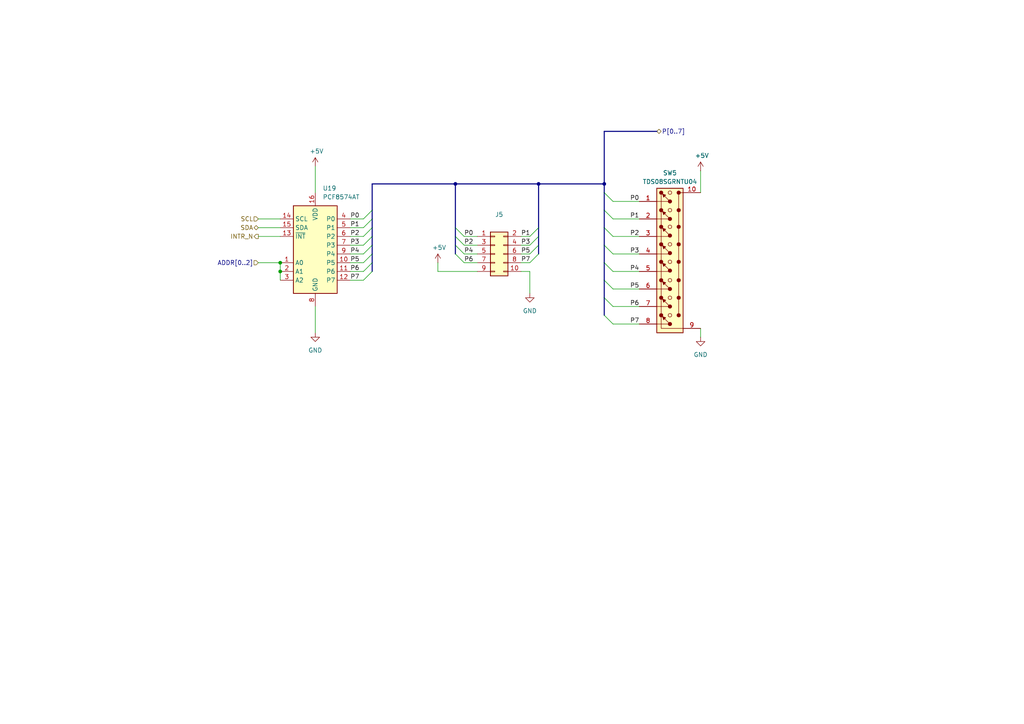
<source format=kicad_sch>
(kicad_sch (version 20250114) (generator "eeschema") (generator_version "9.0")
  (paper "A4")
  (lib_symbols
    (symbol "Connector_Generic:Conn_02x05_Odd_Even" (pin_names (offset 1.016) (hide yes))
      (property "Reference" "J" (at 1.27 7.62 0))
      (property "Value" "Conn_02x05_Odd_Even" (at 1.27 -7.62 0))
      (symbol "Conn_02x05_Odd_Even_1_1"
        (rectangle (start -1.27 6.35) (end 3.81 -6.35) (stroke (width 0.254)) (fill (type background)))
        (rectangle (start -1.27 5.207) (end 0 4.953) (stroke (width 0.1524)))
        (rectangle (start -1.27 2.667) (end 0 2.413) (stroke (width 0.1524)))
        (rectangle (start -1.27 0.127) (end 0 -0.127) (stroke (width 0.1524)))
        (rectangle (start -1.27 -2.413) (end 0 -2.667) (stroke (width 0.1524)))
        (rectangle (start -1.27 -4.953) (end 0 -5.207) (stroke (width 0.1524)))
        (rectangle (start 3.81 5.207) (end 2.54 4.953) (stroke (width 0.1524)))
        (rectangle (start 3.81 2.667) (end 2.54 2.413) (stroke (width 0.1524)))
        (rectangle (start 3.81 0.127) (end 2.54 -0.127) (stroke (width 0.1524)))
        (rectangle (start 3.81 -2.413) (end 2.54 -2.667) (stroke (width 0.1524)))
        (rectangle (start 3.81 -4.953) (end 2.54 -5.207) (stroke (width 0.1524)))
        (pin passive line (at -5.08 5.08 0) (length 3.81) (name "Pin_1") (number "1"))
        (pin passive line (at -5.08 2.54 0) (length 3.81) (name "Pin_3") (number "3"))
        (pin passive line (at -5.08 0 0) (length 3.81) (name "Pin_5") (number "5"))
        (pin passive line (at -5.08 -2.54 0) (length 3.81) (name "Pin_7") (number "7"))
        (pin passive line (at -5.08 -5.08 0) (length 3.81) (name "Pin_9") (number "9"))
        (pin passive line (at 7.62 5.08 180) (length 3.81) (name "Pin_2") (number "2"))
        (pin passive line (at 7.62 2.54 180) (length 3.81) (name "Pin_4") (number "4"))
        (pin passive line (at 7.62 0 180) (length 3.81) (name "Pin_6") (number "6"))
        (pin passive line (at 7.62 -2.54 180) (length 3.81) (name "Pin_8") (number "8"))
        (pin passive line (at 7.62 -5.08 180) (length 3.81) (name "Pin_10") (number "10"))
      )
    )
    (symbol "Connectors:TRI-STATE_DIP_8P"
      (property "Reference" "SW" (at 0.889 -19.685 0))
      (symbol "TRI-STATE_DIP_8P_0_0"
        (circle (center -1.905 22.225) (radius 0.508) (fill (type outline)))
        (circle (center -1.905 17.145) (radius 0.508) (fill (type outline)))
        (circle (center -1.905 12.319) (radius 0.508) (fill (type outline)))
        (circle (center -1.905 7.239) (radius 0.508) (fill (type outline)))
        (circle (center -1.905 2.159) (radius 0.508) (fill (type outline)))
        (circle (center -1.905 -3.175) (radius 0.508) (fill (type outline)))
        (circle (center -1.905 -8.255) (radius 0.508) (fill (type outline)))
        (circle (center -1.905 -13.335) (radius 0.508) (fill (type outline)))
        (circle (center 0.635 22.225) (radius 0.508))
        (circle (center 0.635 17.145) (radius 0.508))
        (circle (center 0.635 12.319) (radius 0.508))
        (circle (center 0.635 7.239) (radius 0.508))
        (circle (center 0.635 2.159) (radius 0.508))
        (circle (center 0.635 -3.175) (radius 0.508))
        (circle (center 0.635 -8.255) (radius 0.508))
        (circle (center 0.635 -13.335) (radius 0.508))
        (circle (center 3.175 22.225) (radius 0.508) (fill (type outline)))
        (circle (center 3.175 17.145) (radius 0.508) (fill (type outline)))
        (circle (center 3.175 12.319) (radius 0.508) (fill (type outline)))
        (circle (center 3.175 7.239) (radius 0.508) (fill (type outline)))
        (circle (center 3.175 2.159) (radius 0.508) (fill (type outline)))
        (circle (center 3.175 -3.175) (radius 0.508) (fill (type outline)))
        (circle (center 3.175 -8.255) (radius 0.508) (fill (type outline)))
        (circle (center 3.175 -13.335) (radius 0.508) (fill (type outline)))
      )
      (symbol "TRI-STATE_DIP_8P_0_1"
        (rectangle (start -3.175 -18.415) (end 4.445 23.495) (stroke (width 0.254)) (fill (type background)))
        (polyline (pts (xy 0.635 19.685) (xy -1.27 21.59)))
        (polyline (pts (xy 0.635 14.605) (xy -1.27 16.51)))
        (polyline (pts (xy 0.635 9.779) (xy -1.27 11.684)))
        (polyline (pts (xy 0.635 4.699) (xy -1.27 6.604)))
        (polyline (pts (xy 0.635 -0.381) (xy -1.27 1.524)))
        (polyline (pts (xy 0.635 -5.715) (xy -1.27 -3.81)))
        (polyline (pts (xy 0.635 -10.795) (xy -1.27 -8.89)))
        (polyline (pts (xy 0.635 -15.875) (xy -1.27 -13.97)))
      )
      (symbol "TRI-STATE_DIP_8P_1_0"
        (polyline (pts (xy -1.524 21.844) (xy -0.5715 21.5265) (xy -1.2065 20.8915) (xy -1.524 21.844)) (fill (type outline)))
        (polyline (pts (xy -1.524 16.764) (xy -0.5715 16.4465) (xy -1.2065 15.8115) (xy -1.524 16.764)) (fill (type outline)))
        (polyline (pts (xy -1.524 11.938) (xy -0.5715 11.6205) (xy -1.2065 10.9855) (xy -1.524 11.938)) (fill (type outline)))
        (polyline (pts (xy -1.524 6.858) (xy -0.5715 6.5405) (xy -1.2065 5.9055) (xy -1.524 6.858)) (fill (type outline)))
        (polyline (pts (xy -1.524 1.778) (xy -0.5715 1.4605) (xy -1.2065 0.8255) (xy -1.524 1.778)) (fill (type outline)))
        (polyline (pts (xy -1.524 -3.556) (xy -0.5715 -3.8735) (xy -1.2065 -4.5085) (xy -1.524 -3.556)) (fill (type outline)))
        (polyline (pts (xy -1.524 -8.636) (xy -0.5715 -8.9535) (xy -1.2065 -9.5885) (xy -1.524 -8.636)) (fill (type outline)))
        (polyline (pts (xy -1.524 -13.716) (xy -0.5715 -14.0335) (xy -1.2065 -14.6685) (xy -1.524 -13.716)) (fill (type outline)))
        (polyline (pts (xy 0.635 19.685) (xy -3.175 19.685)))
        (circle (center 0.635 19.685) (radius 0.508) (fill (type outline)))
        (polyline (pts (xy 0.635 14.605) (xy -3.175 14.605)))
        (circle (center 0.635 14.605) (radius 0.508) (fill (type outline)))
        (circle (center 0.635 9.779) (radius 0.508) (fill (type outline)))
        (polyline (pts (xy 0.635 9.525) (xy -3.175 9.525)))
        (circle (center 0.635 4.699) (radius 0.508) (fill (type outline)))
        (polyline (pts (xy 0.635 4.445) (xy -3.175 4.445)))
        (circle (center 0.635 -0.381) (radius 0.508) (fill (type outline)))
        (polyline (pts (xy 0.635 -0.635) (xy -3.175 -0.635)))
        (polyline (pts (xy 0.635 -5.715) (xy -3.175 -5.715)))
        (circle (center 0.635 -5.715) (radius 0.508) (fill (type outline)))
        (polyline (pts (xy 0.635 -10.795) (xy -3.175 -10.795)))
        (circle (center 0.635 -10.795) (radius 0.508) (fill (type outline)))
        (polyline (pts (xy 0.635 -15.875) (xy -3.175 -15.875)))
        (circle (center 0.635 -15.875) (radius 0.508) (fill (type outline)))
        (polyline (pts (xy 3.175 -13.335) (xy 3.175 22.225) (xy 4.445 22.225)))
        (polyline (pts (xy 4.445 -17.145) (xy -1.905 -17.145) (xy -1.905 22.225)))
      )
      (symbol "TRI-STATE_DIP_8P_1_1"
        (pin passive line (at -8.255 19.685 0) (length 5.08) (name "~") (number "1"))
        (pin passive line (at -8.255 14.605 0) (length 5.08) (name "~") (number "2"))
        (pin passive line (at -8.255 9.525 0) (length 5.08) (name "~") (number "3"))
        (pin passive line (at -8.255 4.445 0) (length 5.08) (name "~") (number "4"))
        (pin passive line (at -8.255 -0.635 0) (length 5.08) (name "~") (number "5"))
        (pin passive line (at -8.255 -5.715 0) (length 5.08) (name "~") (number "6"))
        (pin passive line (at -8.255 -10.795 0) (length 5.08) (name "~") (number "7"))
        (pin passive line (at -8.255 -15.875 0) (length 5.08) (name "~") (number "8"))
        (pin passive line (at 9.525 22.225 180) (length 5.08) (name "~") (number "10"))
        (pin passive line (at 9.525 -17.145 180) (length 5.08) (name "~") (number "9"))
      )
    )
    (symbol "Interface_Expansion:PCF8574AT"
      (property "Reference" "U" (at -6.35 12.954 0))
      (property "Value" "PCF8574AT" (at 3.048 12.954 0))
      (symbol "PCF8574AT_0_1"
        (rectangle (start -6.35 -13.97) (end 6.35 11.43) (stroke (width 0.254)) (fill (type background)))
      )
      (symbol "PCF8574AT_1_1"
        (pin input line (at -10.16 7.62 0) (length 3.81) (name "SCL") (number "14"))
        (pin bidirectional line (at -10.16 5.08 0) (length 3.81) (name "SDA") (number "15"))
        (pin open_collector line (at -10.16 2.54 0) (length 3.81) (name "~{INT}") (number "13"))
        (pin input line (at -10.16 -5.08 0) (length 3.81) (name "A0") (number "1"))
        (pin input line (at -10.16 -7.62 0) (length 3.81) (name "A1") (number "2"))
        (pin input line (at -10.16 -10.16 0) (length 3.81) (name "A2") (number "3"))
        (pin power_in line (at 0 15.24 270) (length 3.81) (name "VDD") (number "16"))
        (pin power_in line (at 0 -17.78 90) (length 3.81) (name "GND") (number "8"))
        (pin bidirectional line (at 10.16 7.62 180) (length 3.81) (name "P0") (number "4"))
        (pin bidirectional line (at 10.16 5.08 180) (length 3.81) (name "P1") (number "5"))
        (pin bidirectional line (at 10.16 2.54 180) (length 3.81) (name "P2") (number "6"))
        (pin bidirectional line (at 10.16 0 180) (length 3.81) (name "P3") (number "7"))
        (pin bidirectional line (at 10.16 -2.54 180) (length 3.81) (name "P4") (number "9"))
        (pin bidirectional line (at 10.16 -5.08 180) (length 3.81) (name "P5") (number "10"))
        (pin bidirectional line (at 10.16 -7.62 180) (length 3.81) (name "P6") (number "11"))
        (pin bidirectional line (at 10.16 -10.16 180) (length 3.81) (name "P7") (number "12"))
      )
    )
    (symbol "power:+5V" (power) (pin_numbers (hide yes)) (pin_names (offset 0) (hide yes))
      (property "Value" "+5V" (at 0 3.556 0))
      (symbol "+5V_0_1"
        (polyline (pts (xy -0.762 1.27) (xy 0 2.54)))
        (polyline (pts (xy 0 2.54) (xy 0.762 1.27)))
        (polyline (pts (xy 0 0) (xy 0 2.54)))
      )
      (symbol "+5V_1_1"
        (pin power_in line (at 0 0 90) (length 0) (name "~") (number "1"))
      )
    )
    (symbol "power:GND" (power) (pin_numbers (hide yes)) (pin_names (offset 0) (hide yes))
      (property "Value" "GND" (at 0 -3.81 0))
      (symbol "GND_0_1"
        (polyline (pts (xy 0 0) (xy 0 -1.27) (xy 1.27 -1.27) (xy 0 -2.54) (xy -1.27 -1.27) (xy 0 -1.27)))
      )
      (symbol "GND_1_1"
        (pin power_in line (at 0 0 270) (length 0) (name "~") (number "1"))
      )
    )
  )
  (junction (at 132.08 53.34))
  (junction (at 81.28 78.74))
  (junction (at 156.21 53.34))
  (junction (at 81.28 76.2))
  (junction (at 175.26 53.34))
  (bus_entry (at 175.26 91.44) (size 2.54 2.54))
  (bus_entry (at 175.26 81.28) (size 2.54 2.54))
  (bus_entry (at 156.21 66.04) (size -2.54 2.54))
  (bus_entry (at 107.95 60.96) (size -2.54 2.54))
  (bus_entry (at 132.08 71.12) (size 2.54 2.54))
  (bus_entry (at 132.08 66.04) (size 2.54 2.54))
  (bus_entry (at 175.26 66.04) (size 2.54 2.54))
  (bus_entry (at 107.95 66.04) (size -2.54 2.54))
  (bus_entry (at 175.26 76.2) (size 2.54 2.54))
  (bus_entry (at 156.21 73.66) (size -2.54 2.54))
  (bus_entry (at 132.08 68.58) (size 2.54 2.54))
  (bus_entry (at 156.21 71.12) (size -2.54 2.54))
  (bus_entry (at 107.95 76.2) (size -2.54 2.54))
  (bus_entry (at 175.26 55.88) (size 2.54 2.54))
  (bus_entry (at 156.21 68.58) (size -2.54 2.54))
  (bus_entry (at 107.95 68.58) (size -2.54 2.54))
  (bus_entry (at 107.95 73.66) (size -2.54 2.54))
  (bus_entry (at 107.95 71.12) (size -2.54 2.54))
  (bus_entry (at 132.08 73.66) (size 2.54 2.54))
  (bus_entry (at 107.95 78.74) (size -2.54 2.54))
  (bus_entry (at 107.95 63.5) (size -2.54 2.54))
  (bus_entry (at 175.26 86.36) (size 2.54 2.54))
  (bus_entry (at 175.26 71.12) (size 2.54 2.54))
  (bus_entry (at 175.26 60.96) (size 2.54 2.54))
  (bus (pts (xy 107.95 68.58) (xy 107.95 71.12)))
  (bus (pts (xy 175.26 76.2) (xy 175.26 81.28)))
  (wire (pts (xy 185.42 83.82) (xy 177.8 83.82)))
  (bus (pts (xy 175.26 71.12) (xy 175.26 76.2)))
  (bus (pts (xy 156.21 68.58) (xy 156.21 71.12)))
  (bus (pts (xy 156.21 71.12) (xy 156.21 73.66)))
  (wire (pts (xy 151.13 76.2) (xy 153.67 76.2)))
  (wire (pts (xy 81.28 78.74) (xy 81.28 81.28)))
  (bus (pts (xy 107.95 53.34) (xy 107.95 60.96)))
  (wire (pts (xy 203.2 95.25) (xy 203.2 97.79)))
  (wire (pts (xy 105.41 71.12) (xy 101.6 71.12)))
  (bus (pts (xy 107.95 63.5) (xy 107.95 66.04)))
  (wire (pts (xy 177.8 73.66) (xy 185.42 73.66)))
  (bus (pts (xy 175.26 66.04) (xy 175.26 71.12)))
  (wire (pts (xy 134.62 71.12) (xy 138.43 71.12)))
  (bus (pts (xy 132.08 66.04) (xy 132.08 68.58)))
  (bus (pts (xy 175.26 38.1) (xy 175.26 53.34)))
  (wire (pts (xy 91.44 88.9) (xy 91.44 96.52)))
  (wire (pts (xy 185.42 93.98) (xy 177.8 93.98)))
  (wire (pts (xy 101.6 76.2) (xy 105.41 76.2)))
  (wire (pts (xy 105.41 68.58) (xy 101.6 68.58)))
  (bus (pts (xy 107.95 66.04) (xy 107.95 68.58)))
  (wire (pts (xy 177.8 78.74) (xy 185.42 78.74)))
  (wire (pts (xy 91.44 48.26) (xy 91.44 55.88)))
  (wire (pts (xy 203.2 49.53) (xy 203.2 55.88)))
  (wire (pts (xy 153.67 85.09) (xy 153.67 78.74)))
  (wire (pts (xy 138.43 78.74) (xy 127 78.74)))
  (wire (pts (xy 134.62 73.66) (xy 138.43 73.66)))
  (bus (pts (xy 132.08 68.58) (xy 132.08 71.12)))
  (bus (pts (xy 156.21 53.34) (xy 156.21 66.04)))
  (wire (pts (xy 134.62 68.58) (xy 138.43 68.58)))
  (wire (pts (xy 74.93 76.2) (xy 81.28 76.2)))
  (wire (pts (xy 177.8 58.42) (xy 185.42 58.42)))
  (bus (pts (xy 107.95 53.34) (xy 132.08 53.34)))
  (bus (pts (xy 175.26 86.36) (xy 175.26 91.44)))
  (wire (pts (xy 74.93 63.5) (xy 81.28 63.5)))
  (bus (pts (xy 190.5 38.1) (xy 175.26 38.1)))
  (wire (pts (xy 177.8 63.5) (xy 185.42 63.5)))
  (bus (pts (xy 107.95 76.2) (xy 107.95 78.74)))
  (wire (pts (xy 177.8 88.9) (xy 185.42 88.9)))
  (wire (pts (xy 177.8 68.58) (xy 185.42 68.58)))
  (wire (pts (xy 105.41 73.66) (xy 101.6 73.66)))
  (bus (pts (xy 156.21 66.04) (xy 156.21 68.58)))
  (wire (pts (xy 105.41 81.28) (xy 101.6 81.28)))
  (bus (pts (xy 175.26 53.34) (xy 156.21 53.34)))
  (bus (pts (xy 132.08 71.12) (xy 132.08 73.66)))
  (bus (pts (xy 107.95 60.96) (xy 107.95 63.5)))
  (wire (pts (xy 153.67 78.74) (xy 151.13 78.74)))
  (bus (pts (xy 107.95 71.12) (xy 107.95 73.66)))
  (wire (pts (xy 134.62 76.2) (xy 138.43 76.2)))
  (bus (pts (xy 132.08 53.34) (xy 132.08 66.04)))
  (wire (pts (xy 105.41 78.74) (xy 101.6 78.74)))
  (wire (pts (xy 105.41 63.5) (xy 101.6 63.5)))
  (wire (pts (xy 105.41 66.04) (xy 101.6 66.04)))
  (bus (pts (xy 175.26 81.28) (xy 175.26 86.36)))
  (wire (pts (xy 151.13 73.66) (xy 153.67 73.66)))
  (wire (pts (xy 151.13 68.58) (xy 153.67 68.58)))
  (wire (pts (xy 127 78.74) (xy 127 76.2)))
  (wire (pts (xy 81.28 76.2) (xy 81.28 78.74)))
  (wire (pts (xy 151.13 71.12) (xy 153.67 71.12)))
  (bus (pts (xy 132.08 53.34) (xy 156.21 53.34)))
  (wire (pts (xy 74.93 68.58) (xy 81.28 68.58)))
  (bus (pts (xy 107.95 73.66) (xy 107.95 76.2)))
  (wire (pts (xy 74.93 66.04) (xy 81.28 66.04)))
  (bus (pts (xy 175.26 53.34) (xy 175.26 55.88)))
  (bus (pts (xy 175.26 60.96) (xy 175.26 66.04)))
  (bus (pts (xy 175.26 60.96) (xy 175.26 55.88)))
  (label "P4" (at 101.6 73.66 0))
  (label "P6" (at 134.62 76.2 0))
  (label "P7" (at 151.13 76.2 0))
  (label "P4" (at 185.42 78.74 180))
  (label "P0" (at 134.62 68.58 0))
  (label "P3" (at 185.42 73.66 180))
  (label "P3" (at 101.6 71.12 0))
  (label "P7" (at 101.6 81.28 0))
  (label "P0" (at 101.6 63.5 0))
  (label "P3" (at 151.13 71.12 0))
  (label "P6" (at 185.42 88.9 180))
  (label "P7" (at 185.42 93.98 180))
  (label "P5" (at 101.6 76.2 0))
  (label "P0" (at 185.42 58.42 180))
  (label "P2" (at 101.6 68.58 0))
  (label "P1" (at 101.6 66.04 0))
  (label "P4" (at 134.62 73.66 0))
  (label "P6" (at 101.6 78.74 0))
  (label "P1" (at 185.42 63.5 180))
  (label "P2" (at 134.62 71.12 0))
  (label "P5" (at 185.42 83.82 180))
  (label "P1" (at 151.13 68.58 0))
  (label "P5" (at 151.13 73.66 0))
  (label "P2" (at 185.42 68.58 180))
  (hierarchical_label "INTR_N" (shape output) (at 74.93 68.58 180))
  (hierarchical_label "P[0..7]" (shape bidirectional) (at 190.5 38.1 0))
  (hierarchical_label "SDA" (shape bidirectional) (at 74.93 66.04 180))
  (hierarchical_label "SCL" (shape input) (at 74.93 63.5 180))
  (hierarchical_label "ADDR[0..2]" (shape input) (at 74.93 76.2 180))
  (symbol (lib_id "power:+5V") (at 203.2 49.53 0) (unit 1)
    (property "Reference" "#PWR043" (effects (hide yes)))
    (property "Value" "+5V" (at 203.581 45.1358 0))
    (instances (project "esp32-didatic-kit" (path "" (reference "#PWR077") (unit 1)) (path "" (reference "#PWR071") (unit 1)) (path "" (reference "#PWR043") (unit 1)) (path "" (reference "#PWR065") (unit 1))))
  )
  (symbol (lib_id "Interface_Expansion:PCF8574AT") (at 91.44 71.12 0) (unit 1)
    (property "Reference" "U8" (at 93.5833 54.61 0) (effects (justify left)))
    (property "Value" "PCF8574AT" (at 93.5833 57.15 0) (effects (justify left)))
    (property "Footprint" "Package_SO:SOIC-16W_7.5x10.3mm_P1.27mm" (effects (hide yes)))
    (property "Datasheet" "http://www.nxp.com/docs/en/data-sheet/PCF8574_PCF8574A.pdf" (effects (hide yes)))
    (property "Description" "8 Bit Port/Expander to I2C Bus, fixed address bits 0b0111, SOIC-16" (effects (hide yes)))
    (instances (project "esp32-didatic-kit" (path "" (reference "U19") (unit 1)) (path "" (reference "U18") (unit 1)) (path "" (reference "U8") (unit 1)) (path "" (reference "U17") (unit 1))))
  )
  (symbol (lib_id "power:GND") (at 153.67 85.09 0) (unit 1)
    (property "Reference" "#PWR042" (effects (hide yes)))
    (property "Value" "GND" (at 153.67 90.17 0))
    (property "Description" "Power symbol creates a global label with name \"GND\" , ground" (effects (hide yes)))
    (instances (project "esp32-didatic-kit" (path "" (reference "#PWR076") (unit 1)) (path "" (reference "#PWR070") (unit 1)) (path "" (reference "#PWR042") (unit 1)) (path "" (reference "#PWR064") (unit 1))))
  )
  (symbol (lib_id "power:GND") (at 203.2 97.79 0) (unit 1)
    (property "Reference" "#PWR044" (effects (hide yes)))
    (property "Value" "GND" (at 203.2 102.87 0))
    (property "Description" "Power symbol creates a global label with name \"GND\" , ground" (effects (hide yes)))
    (instances (project "esp32-didatic-kit" (path "" (reference "#PWR078") (unit 1)) (path "" (reference "#PWR072") (unit 1)) (path "" (reference "#PWR044") (unit 1)) (path "" (reference "#PWR066") (unit 1))))
  )
  (symbol (lib_id "power:+5V") (at 127 76.2 0) (unit 1)
    (property "Reference" "#PWR041" (effects (hide yes)))
    (property "Value" "+5V" (at 127.381 71.8058 0))
    (instances (project "esp32-didatic-kit" (path "" (reference "#PWR075") (unit 1)) (path "" (reference "#PWR069") (unit 1)) (path "" (reference "#PWR041") (unit 1)) (path "" (reference "#PWR063") (unit 1))))
  )
  (symbol (lib_id "Connectors:TRI-STATE_DIP_8P") (at 193.675 78.105 0) (unit 1)
    (property "Reference" "SW2" (at 194.31 50.165 0))
    (property "Value" "TDS08SGRNTU04" (at 194.31 52.705 0))
    (property "Footprint" "Connectors:TDS08SGRNTU04" (effects (hide yes)))
    (property "LCSC" "C6284382" (effects (hide yes)))
    (instances (project "esp32-didatic-kit" (path "" (reference "SW5") (unit 1)) (path "" (reference "SW4") (unit 1)) (path "" (reference "SW2") (unit 1)) (path "" (reference "SW3") (unit 1))))
  )
  (symbol (lib_id "power:GND") (at 91.44 96.52 0) (unit 1)
    (property "Reference" "#PWR040" (effects (hide yes)))
    (property "Value" "GND" (at 91.44 101.6 0))
    (property "Description" "Power symbol creates a global label with name \"GND\" , ground" (effects (hide yes)))
    (instances (project "esp32-didatic-kit" (path "" (reference "#PWR074") (unit 1)) (path "" (reference "#PWR068") (unit 1)) (path "" (reference "#PWR040") (unit 1)) (path "" (reference "#PWR062") (unit 1))))
  )
  (symbol (lib_id "Connector_Generic:Conn_02x05_Odd_Even") (at 143.51 73.66 0) (unit 1)
    (property "Reference" "J2" (at 144.78 62.23 0))
    (property "Value" "Conn_02x05_Odd_Even" (effects (hide yes)))
    (property "Footprint" "Connector_PinHeader_2.54mm:PinHeader_2x05_P2.54mm_Vertical" (effects (hide yes)))
    (property "Description" "Generic connector, double row, 02x05, odd/even pin numbering scheme (row 1 odd numbers, row 2 even numbers), script generated (kicad-library-utils/schlib/autogen/connector/)" (effects (hide yes)))
    (instances (project "esp32-didatic-kit" (path "" (reference "J5") (unit 1)) (path "" (reference "J4") (unit 1)) (path "" (reference "J2") (unit 1)) (path "" (reference "J3") (unit 1))))
  )
  (symbol (lib_id "power:+5V") (at 91.44 48.26 0) (unit 1)
    (property "Reference" "#PWR039" (effects (hide yes)))
    (property "Value" "+5V" (at 91.821 43.8658 0))
    (instances (project "esp32-didatic-kit" (path "" (reference "#PWR073") (unit 1)) (path "" (reference "#PWR067") (unit 1)) (path "" (reference "#PWR039") (unit 1)) (path "" (reference "#PWR061") (unit 1))))
  )
)
</source>
